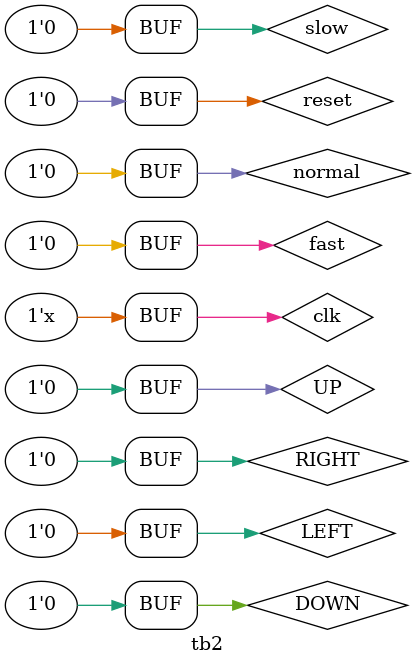
<source format=v>
`timescale 1ns / 1ps


module tb2;

	// Inputs
	reg clk;
	reg slow;
	reg normal;
	reg fast;
	reg reset;
	reg UP;
	reg DOWN;
	reg LEFT;
	reg RIGHT;

	// Outputs
	wire [6:0] seg;
	wire [3:0] an;
	wire dp;
	wire [2:0] red;
	wire [2:0] green;
	wire [1:0] blue;
	wire hsync;
	wire vsync;

	// Instantiate the Unit Under Test (UUT)
	top uut (
		.clk(clk), 
		.seg(seg), 
		.an(an), 
		.dp(dp), 
		.red(red), 
		.green(green), 
		.blue(blue), 
		.hsync(hsync), 
		.vsync(vsync), 
		.slow(slow), 
		.normal(normal), 
		.fast(fast), 
		.reset(reset), 
		.UP(UP), 
		.DOWN(DOWN), 
		.LEFT(LEFT), 
		.RIGHT(RIGHT)
	);

	initial begin
		// Initialize Inputs
		clk = 0;
		slow = 0;
		normal = 0;
		fast = 0;
		reset = 0;
		UP = 0;
		DOWN = 0;
		LEFT = 0;
		RIGHT = 0;

		// Wait 100 ns for global reset to finish
		#100;
        
		// Add stimulus here

	end
	
	always #1 clk = ~clk;
      
endmodule


</source>
